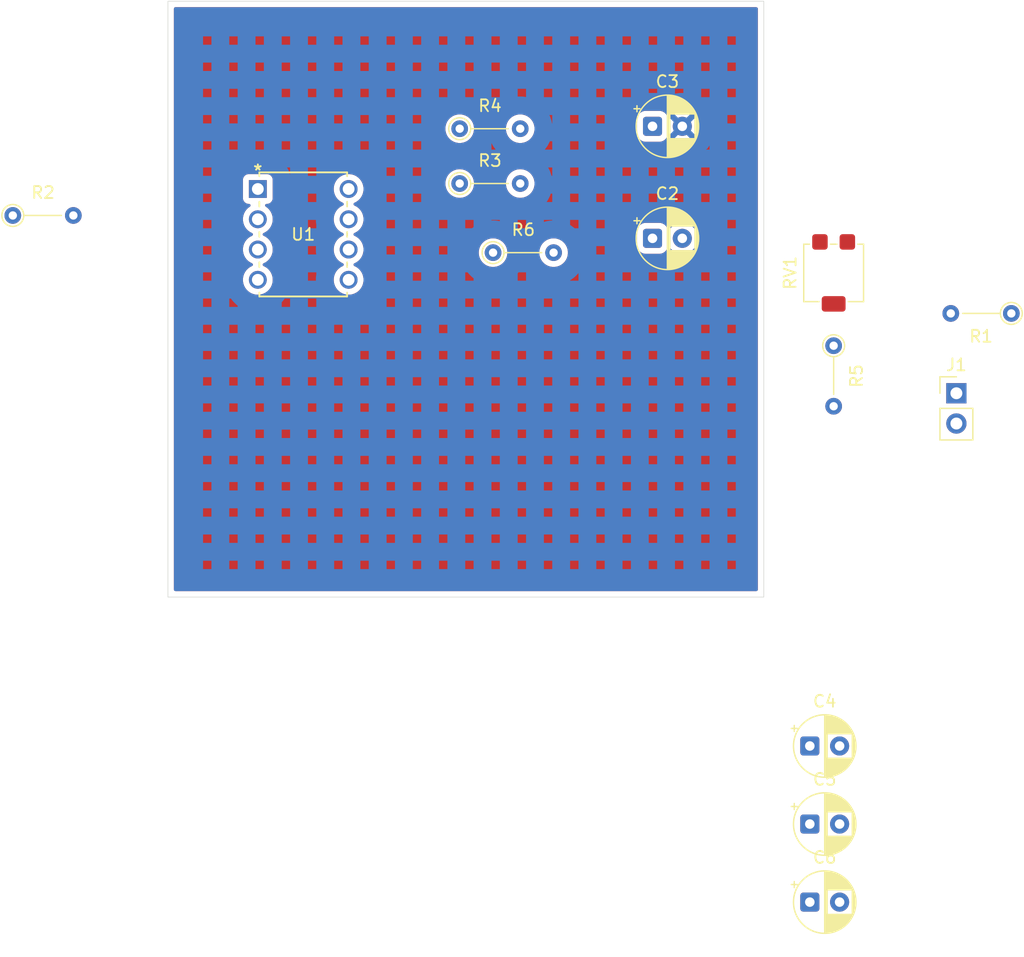
<source format=kicad_pcb>
(kicad_pcb (version 20241229) (generator "pcbnew") (generator_version "9.0")
  (layers (0 "F.Cu" signal) (2 "B.Cu" signal) (13 "F.Paste" user) (15 "B.Paste" user) (5 "F.SilkS" user "F.Silkscreen") (7 "B.SilkS" user "B.Silkscreen") (1 "F.Mask" user) (3 "B.Mask" user) (25 "Edge.Cuts" user))
  (net 0 "")
  (net 1 "GND")
  (net 2 "Net-(C7-Pad2)")
  (net 5 "Net-(U1A--)")
  (net 6 "Net-(C8-Pad1)")
  (net 8 "Net-(C3-Pad1)")
  (net 9 "Net-(J1-Pin_1)")
  (net 11 "Net-(C2-Pad1)")
  (net 12 "Net-(C2-Pad2)")
  (net 13 "LFT")
  (net 16 "Net-(C1-Pad1)")
  (footprint "Capacitor_THT:CP_Radial_D5.0mm_P2.50mm" (layer "F.Cu") (at 214.4 69.7)
    (property "Reference" "C3" (at 1.25 -3.75 0) (layer "F.SilkS"))
    (property "Value" "C_Polarized")
    (pad "1" thru_hole roundrect (at 0 0) (size 1.6 1.6) (drill 0.8) (layers "*.Cu" "*.Mask") (roundrect_rratio 0.15625) (net 8 "Net-(C3-Pad1)"))
    (pad "2" thru_hole circle (at 2.5 0) (size 1.6 1.6) (drill 0.8) (layers "*.Cu" "*.Mask") (net 1 "GND"))
  )
  (footprint "Resistor_THT:R_Axial_DIN0204_L3.6mm_D1.6mm_P5.08mm_Vertical" (layer "F.Cu") (at 229.6 88.11 -90)
    (property "Reference" "R5" (at 2.54 -1.92 90) (layer "F.SilkS"))
    (property "Value" "R")
    (pad "1" thru_hole circle (at 0 0 270) (size 1.4 1.4) (drill 0.7) (layers "*.Cu" "*.Mask") (net 13 "LFT"))
    (pad "2" thru_hole circle (at 5.08 0 270) (size 1.4 1.4) (drill 0.7) (layers "*.Cu" "*.Mask") (net 1 "GND"))
  )
  (footprint "Resistor_THT:R_Axial_DIN0204_L3.6mm_D1.6mm_P5.08mm_Vertical" (layer "F.Cu") (at 198.22 74.5)
    (property "Reference" "R3" (at 2.54 -1.92 0) (layer "F.SilkS"))
    (property "Value" "R")
    (pad "1" thru_hole circle (at 0 0) (size 1.4 1.4) (drill 0.7) (layers "*.Cu" "*.Mask") (net 5 "Net-(U1A--)"))
    (pad "2" thru_hole circle (at 5.08 0) (size 1.4 1.4) (drill 0.7) (layers "*.Cu" "*.Mask") (net 6 "Net-(C8-Pad1)"))
  )
  (footprint "Resistor_THT:R_Axial_DIN0204_L3.6mm_D1.6mm_P5.08mm_Vertical" (layer "F.Cu") (at 244.51 85.4 180)
    (property "Reference" "R1" (at 2.54 -1.92 0) (layer "F.SilkS"))
    (property "Value" "R")
    (pad "1" thru_hole circle (at 0 0 180) (size 1.4 1.4) (drill 0.7) (layers "*.Cu" "*.Mask") (net 2 "Net-(C7-Pad2)"))
    (pad "2" thru_hole circle (at 5.08 0 180) (size 1.4 1.4) (drill 0.7) (layers "*.Cu" "*.Mask") (net 1 "GND"))
  )
  (footprint "Alexander Footprints Library:PDIP-8_STM" (layer "F.Cu") (at 181.28 74.96)
    (property "Reference" "U1" (at 3.81 3.81 0) (layer "F.SilkS"))
    (property "Value" "TDA2822M_2")
    (fp_text user "*" (at 0 -1.5113 0) (layer "F.SilkS"))
    (fp_text user "*" (at 0 -1.5113 0) (layer "F.SilkS"))
    (pad "1" thru_hole rect (at 0 0) (size 1.4986 1.4986) (drill 0.9906) (layers "*.Cu" "*.Mask") (net 16 "Net-(C1-Pad1)"))
    (pad "2" thru_hole circle (at 0 2.54) (size 1.4986 1.4986) (drill 0.9906) (layers "*.Cu" "*.Mask"))
    (pad "3" thru_hole circle (at 0 5.08) (size 1.4986 1.4986) (drill 0.9906) (layers "*.Cu" "*.Mask"))
    (pad "4" thru_hole circle (at 0 7.62) (size 1.4986 1.4986) (drill 0.9906) (layers "*.Cu" "*.Mask"))
    (pad "5" thru_hole circle (at 7.62 7.62) (size 1.4986 1.4986) (drill 0.9906) (layers "*.Cu" "*.Mask"))
    (pad "6" thru_hole circle (at 7.62 5.08) (size 1.4986 1.4986) (drill 0.9906) (layers "*.Cu" "*.Mask"))
    (pad "7" thru_hole circle (at 7.62 2.54) (size 1.4986 1.4986) (drill 0.9906) (layers "*.Cu" "*.Mask") (net 13 "LFT"))
    (pad "8" thru_hole circle (at 7.62 0) (size 1.4986 1.4986) (drill 0.9906) (layers "*.Cu" "*.Mask") (net 5 "Net-(U1A--)"))
  )
  (footprint "Resistor_THT:R_Axial_DIN0204_L3.6mm_D1.6mm_P5.08mm_Vertical" (layer "F.Cu") (at 201.02 80.3)
    (property "Reference" "R6" (at 2.54 -1.92 0) (layer "F.SilkS"))
    (property "Value" "R")
    (pad "1" thru_hole circle (at 0 0) (size 1.4 1.4) (drill 0.7) (layers "*.Cu" "*.Mask"))
    (pad "2" thru_hole circle (at 5.08 0) (size 1.4 1.4) (drill 0.7) (layers "*.Cu" "*.Mask") (net 11 "Net-(C2-Pad1)"))
  )
  (footprint "Capacitor_THT:CP_Radial_D5.0mm_P2.50mm" (layer "F.Cu") (at 214.4 79.1)
    (property "Reference" "C2" (at 1.25 -3.75 0) (layer "F.SilkS"))
    (property "Value" "C_Polarized")
    (pad "1" thru_hole roundrect (at 0 0) (size 1.6 1.6) (drill 0.8) (layers "*.Cu" "*.Mask") (roundrect_rratio 0.15625) (net 11 "Net-(C2-Pad1)"))
    (pad "2" thru_hole circle (at 2.5 0) (size 1.6 1.6) (drill 0.8) (layers "*.Cu" "*.Mask") (net 12 "Net-(C2-Pad2)"))
  )
  (footprint "Connector_PinHeader_2.54mm:PinHeader_1x02_P2.54mm_Vertical" (layer "F.Cu") (at 239.9 92.1)
    (property "Reference" "J1" (at 0 -2.38 0) (layer "F.SilkS"))
    (property "Value" "Conn_SPKR_L")
    (pad "1" thru_hole rect (at 0 0) (size 1.7 1.7) (drill 1) (layers "*.Cu" "*.Mask") (net 9 "Net-(J1-Pin_1)"))
    (pad "2" thru_hole circle (at 0 2.54) (size 1.7 1.7) (drill 1) (layers "*.Cu" "*.Mask") (net 1 "GND"))
  )
  (footprint "Potentiometer_SMD:Potentiometer_Bourns_3224G_Horizontal" (layer "F.Cu") (at 229.6 82 90)
    (property "Reference" "RV1" (at 0 -3.65 90) (layer "F.SilkS"))
    (property "Value" "R_Potentiometer_Dual")
    (pad "1" smd roundrect (at 2.6 -1.15 90) (size 1.3 1.3) (layers "F.Cu" "F.Mask" "F.Paste") (roundrect_rratio 0.192308) (net 12 "Net-(C2-Pad2)"))
    (pad "2" smd roundrect (at -2.6 0 90) (size 1.3 2) (layers "F.Cu" "F.Mask" "F.Paste") (roundrect_rratio 0.192308) (net 13 "LFT"))
    (pad "3" smd roundrect (at 2.6 1.15 90) (size 1.3 1.3) (layers "F.Cu" "F.Mask" "F.Paste") (roundrect_rratio 0.192308) (net 1 "GND"))
  )
  (footprint "Capacitor_THT:CP_Radial_D5.0mm_P2.50mm" (layer "F.Cu") (at 227.6 121.7)
    (property "Reference" "C4" (at 1.25 -3.75 0) (layer "F.SilkS"))
    (property "Value" "C_Polarized")
    (pad "1" thru_hole roundrect (at 0 0) (size 1.6 1.6) (drill 0.8) (layers "*.Cu" "*.Mask") (roundrect_rratio 0.15625))
    (pad "2" thru_hole circle (at 2.5 0) (size 1.6 1.6) (drill 0.8) (layers "*.Cu" "*.Mask"))
  )
  (footprint "Resistor_THT:R_Axial_DIN0204_L3.6mm_D1.6mm_P5.08mm_Vertical" (layer "F.Cu") (at 160.72 77.18)
    (property "Reference" "R2" (at 2.54 -1.92 0) (layer "F.SilkS"))
    (property "Value" "R")
    (pad "1" thru_hole circle (at 0 0) (size 1.4 1.4) (drill 0.7) (layers "*.Cu" "*.Mask"))
    (pad "2" thru_hole circle (at 5.08 0) (size 1.4 1.4) (drill 0.7) (layers "*.Cu" "*.Mask"))
  )
  (footprint "Resistor_THT:R_Axial_DIN0204_L3.6mm_D1.6mm_P5.08mm_Vertical" (layer "F.Cu") (at 198.22 69.9)
    (property "Reference" "R4" (at 2.54 -1.92 0) (layer "F.SilkS"))
    (property "Value" "R")
    (pad "1" thru_hole circle (at 0 0) (size 1.4 1.4) (drill 0.7) (layers "*.Cu" "*.Mask") (net 5 "Net-(U1A--)"))
    (pad "2" thru_hole circle (at 5.08 0) (size 1.4 1.4) (drill 0.7) (layers "*.Cu" "*.Mask") (net 8 "Net-(C3-Pad1)"))
  )
  (footprint "Capacitor_THT:CP_Radial_D5.0mm_P2.50mm" (layer "F.Cu") (at 227.6 134.8)
    (property "Reference" "C6" (at 1.25 -3.75 0) (layer "F.SilkS"))
    (property "Value" "C_Polarized")
    (pad "1" thru_hole roundrect (at 0 0) (size 1.6 1.6) (drill 0.8) (layers "*.Cu" "*.Mask") (roundrect_rratio 0.15625))
    (pad "2" thru_hole circle (at 2.5 0) (size 1.6 1.6) (drill 0.8) (layers "*.Cu" "*.Mask"))
  )
  (footprint "Capacitor_THT:CP_Radial_D5.0mm_P2.50mm" (layer "F.Cu") (at 227.6 128.25)
    (property "Reference" "C5" (at 1.25 -3.75 0) (layer "F.SilkS"))
    (property "Value" "C_Polarized")
    (pad "1" thru_hole roundrect (at 0 0) (size 1.6 1.6) (drill 0.8) (layers "*.Cu" "*.Mask") (roundrect_rratio 0.15625))
    (pad "2" thru_hole circle (at 2.5 0) (size 1.6 1.6) (drill 0.8) (layers "*.Cu" "*.Mask"))
  )
  (gr_rect (start 173.736592 59.203873) (end 223.736592 109.203873) (stroke (width 0.05)) (fill no) (layer "Edge.Cuts"))
  (zone (net 0) (net_name "") (layer "F.Cu") (connect_pads (clearance 0.5)) (min_thickness 0.25) (fill yes (thermal_gap 0.5) (thermal_bridge_width 0.5) (island_removal_mode 1) (island_area_min 10))
    (polygon (pts (xy 173.836592 59.203873) (xy 223.636592 59.403873) (xy 223.636592 109.303873) (xy 173.736592 109.203873)))
  )
  (zone (net 1) (net_name "GND") (layer "B.Cu") (connect_pads (clearance 0.5)) (min_thickness 0.25) (fill yes (mode hatch) (thermal_gap 0.5) (thermal_bridge_width 0.5) (island_removal_mode 1) (island_area_min 10) (hatch_thickness 1.5) (hatch_gap 0.7) (hatch_orientation 0) (hatch_border_algorithm hatch_thickness) (hatch_min_hole_area 0.3))
    (polygon (pts (xy 173.8 59.1) (xy 223.6 59.3) (xy 223.6 109.2) (xy 173.7 109.1)))
  )
)
</source>
